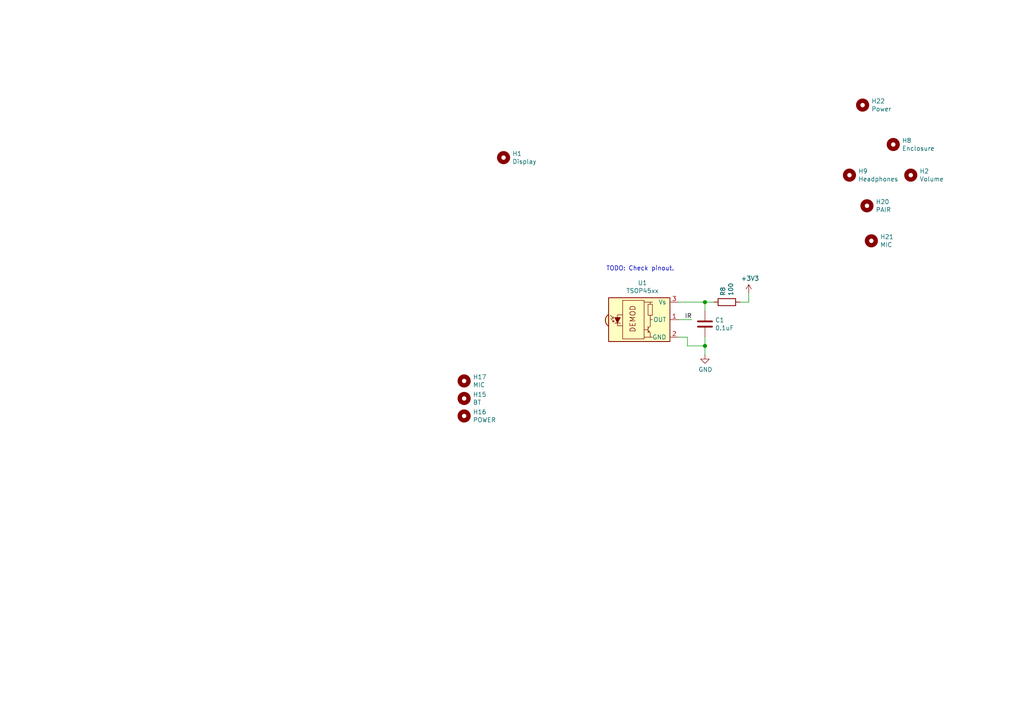
<source format=kicad_sch>
(kicad_sch (version 20210621) (generator eeschema)
  (paper "A4")
  (lib_symbols
    (symbol "Device:C" (pin_numbers hide) (pin_names (offset 0.254))
      (property "Reference" "C" (at 0.635 2.54 0))
      (property "Value" "C" (at 0.635 -2.54 0))
      (symbol "C_0_1"
        (polyline (pts (xy -2.032 -0.762) (xy 2.032 -0.762)) (stroke (width 0.508)))
        (polyline (pts (xy -2.032 0.762) (xy 2.032 0.762)) (stroke (width 0.508)))
      )
      (symbol "C_1_1"
        (pin passive line (at 0 3.81 270) (length 2.794) (name "~") (number "1"))
        (pin passive line (at 0 -3.81 90) (length 2.794) (name "~") (number "2"))
      )
    )
    (symbol "Device:R" (pin_numbers hide) (pin_names (offset 0))
      (property "Reference" "R" (at 2.032 0 90))
      (property "Value" "R" (at 0 0 90))
      (symbol "R_0_1"
        (rectangle (start -1.016 -2.54) (end 1.016 2.54) (stroke (width 0.254)))
      )
      (symbol "R_1_1"
        (pin passive line (at 0 3.81 270) (length 1.27) (name "~") (number "1"))
        (pin passive line (at 0 -3.81 90) (length 1.27) (name "~") (number "2"))
      )
    )
    (symbol "Interface_Optical:TSOP45xx" (pin_names (offset 1.016))
      (property "Reference" "U" (at -10.16 7.62 0))
      (property "Value" "TSOP45xx" (at -10.16 -7.62 0))
      (symbol "TSOP45xx_0_0"
        (arc (start -10.287 1.397) (end -10.287 -1.778) (radius (at -9.144 -0.1778) (length 1.9558) (angles 126 -125.5)) (stroke (width 0.254)) (fill (type background)))
        (text "DEMOD" (at -3.175 0.254 900) (effects (font (size 1.524 1.524))))
        (polyline (pts (xy 1.905 -5.08) (xy 0.127 -5.08)))
        (polyline (pts (xy 1.905 5.08) (xy 0.127 5.08)))
      )
      (symbol "TSOP45xx_0_1"
        (rectangle (start -6.096 5.588) (end 0.127 -5.588))
        (rectangle (start 2.54 1.27) (end 1.27 4.445))
        (rectangle (start 7.62 6.35) (end -10.16 -6.35) (stroke (width 0.254)) (fill (type background)))
        (polyline (pts (xy -8.763 0.381) (xy -9.652 1.27)))
        (polyline (pts (xy -8.763 0.381) (xy -9.271 0.381)))
        (polyline (pts (xy -8.763 0.381) (xy -8.763 0.889)))
        (polyline (pts (xy -8.636 -0.635) (xy -9.525 0.254)))
        (polyline (pts (xy -8.636 -0.635) (xy -9.144 -0.635)))
        (polyline (pts (xy -8.636 -0.635) (xy -8.636 -0.127)))
        (polyline (pts (xy -8.382 -1.016) (xy -6.731 -1.016)))
        (polyline (pts (xy 1.27 -2.921) (xy 0.127 -2.921)))
        (polyline (pts (xy 1.27 -1.905) (xy 1.27 -3.81)))
        (polyline (pts (xy 1.397 -3.556) (xy 1.524 -3.556)))
        (polyline (pts (xy 1.651 -3.556) (xy 1.524 -3.556)))
        (polyline (pts (xy 1.651 -3.556) (xy 1.651 -3.302)))
        (polyline (pts (xy 1.905 0) (xy 1.905 1.27)))
        (polyline (pts (xy 1.905 4.445) (xy 1.905 5.08) (xy 2.54 5.08)))
        (polyline (pts (xy -6.096 1.397) (xy -7.62 1.397) (xy -7.62 -1.778) (xy -6.096 -1.778)))
        (polyline (pts (xy 1.27 -3.175) (xy 1.905 -3.81) (xy 1.905 -5.08) (xy 2.54 -5.08)))
        (polyline (pts (xy 1.27 -2.54) (xy 1.905 -1.905) (xy 1.905 0) (xy 2.54 0)))
        (polyline (pts (xy -8.382 0.635) (xy -6.731 0.635) (xy -7.62 -1.016) (xy -8.382 0.635)) (fill (type outline)))
      )
      (symbol "TSOP45xx_1_1"
        (pin output line (at 10.16 0 180) (length 2.54) (name "OUT") (number "1"))
        (pin power_in line (at 10.16 -5.08 180) (length 2.54) (name "GND") (number "2"))
        (pin power_in line (at 10.16 5.08 180) (length 2.54) (name "Vs") (number "3"))
      )
    )
    (symbol "Mechanical:MountingHole" (pin_names (offset 1.016))
      (property "Reference" "H" (at 0 5.08 0))
      (property "Value" "MountingHole" (at 0 3.175 0))
      (symbol "MountingHole_0_1"
        (circle (center 0 0) (radius 1.27) (stroke (width 1.27)))
      )
    )
    (symbol "power:+3V3" (power) (pin_names (offset 0))
      (property "Value" "+3V3" (at 0 3.556 0))
      (symbol "+3V3_0_1"
        (polyline (pts (xy -0.762 1.27) (xy 0 2.54)))
        (polyline (pts (xy 0 0) (xy 0 2.54)))
        (polyline (pts (xy 0 2.54) (xy 0.762 1.27)))
      )
      (symbol "+3V3_1_1"
        (pin power_in line (at 0 0 90) (length 0) hide (name "+3V3") (number "1"))
      )
    )
    (symbol "power:GND" (power) (pin_names (offset 0))
      (property "Value" "GND" (at 0 -3.81 0))
      (symbol "GND_0_1"
        (polyline (pts (xy 0 0) (xy 0 -1.27) (xy 1.27 -1.27) (xy 0 -2.54) (xy -1.27 -1.27) (xy 0 -1.27)))
      )
      (symbol "GND_1_1"
        (pin power_in line (at 0 0 270) (length 0) hide (name "GND") (number "1"))
      )
    )
  )
  (junction (at 204.47 87.63) (diameter 1.016))
  (junction (at 204.47 100.33) (diameter 1.016))
  (wire (pts (xy 196.85 87.63) (xy 204.47 87.63)))
  (wire (pts (xy 196.85 92.71) (xy 200.66 92.71)))
  (wire (pts (xy 199.39 97.79) (xy 196.85 97.79)))
  (wire (pts (xy 199.39 100.33) (xy 199.39 97.79)))
  (wire (pts (xy 204.47 87.63) (xy 204.47 90.17)))
  (wire (pts (xy 204.47 87.63) (xy 207.01 87.63)))
  (wire (pts (xy 204.47 97.79) (xy 204.47 100.33)))
  (wire (pts (xy 204.47 100.33) (xy 199.39 100.33)))
  (wire (pts (xy 204.47 100.33) (xy 204.47 102.87)))
  (wire (pts (xy 214.63 87.63) (xy 217.17 87.63)))
  (wire (pts (xy 217.17 87.63) (xy 217.17 85.09)))
  (text "TODO: Check pinout." (at 195.58 78.74 180) (effects (font (size 1.27 1.27)) (justify right bottom)))
  (label "IR" (at 200.66 92.71 180))
  (symbol (lib_id "power:+3V3") (at 217.17 85.09 0) (unit 1)
    (property "Reference" "#PWR0115" (effects hide))
    (property "Value" "+3V3" (at 217.5383 80.7656 0))
  )
  (symbol (lib_id "power:GND") (at 204.47 102.87 0) (unit 1)
    (property "Reference" "#PWR0116" (effects hide))
    (property "Value" "GND" (at 204.5843 107.1944 0))
  )
  (symbol (lib_id "Mechanical:MountingHole") (at 134.62 110.49 0) (unit 1)
    (property "Reference" "H17" (at 137.1601 109.3406 0) (effects (justify left)))
    (property "Value" "MIC" (at 137.16 111.639 0) (effects (justify left)))
    (property "Footprint" "FrontPanel-Footprints:PanelCutout_LED_0603_1608Metric_SideView_Inolux" (effects hide))
  )
  (symbol (lib_id "Mechanical:MountingHole") (at 134.62 115.57 0) (unit 1)
    (property "Reference" "H15" (at 137.1601 114.4206 0) (effects (justify left)))
    (property "Value" "BT" (at 137.16 116.719 0) (effects (justify left)))
    (property "Footprint" "FrontPanel-Footprints:PanelCutout_LED_0603_1608Metric_SideView_Inolux" (effects hide))
  )
  (symbol (lib_id "Mechanical:MountingHole") (at 134.62 120.65 0) (unit 1)
    (property "Reference" "H16" (at 137.1601 119.5006 0) (effects (justify left)))
    (property "Value" "POWER" (at 137.16 121.799 0) (effects (justify left)))
    (property "Footprint" "FrontPanel-Footprints:PanelCutout_LED_0603_1608Metric_SideView_Inolux" (effects hide))
  )
  (symbol (lib_id "Mechanical:MountingHole") (at 146.05 45.72 0) (unit 1)
    (property "Reference" "H1" (at 148.5901 44.5706 0) (effects (justify left)))
    (property "Value" "Display" (at 148.59 46.869 0) (effects (justify left)))
    (property "Footprint" "FrontPanel-Footprints:PanelCutout_OLED_0.96inch" (effects hide))
  )
  (symbol (lib_id "Mechanical:MountingHole") (at 246.38 50.8 0) (unit 1)
    (property "Reference" "H9" (at 248.9201 49.6506 0) (effects (justify left)))
    (property "Value" "Headphones" (at 248.92 51.949 0) (effects (justify left)))
    (property "Footprint" "FrontPanel-Footprints:PanelCutout_Jack_3.5mm_CUI_SJ-435107" (effects hide))
  )
  (symbol (lib_id "Mechanical:MountingHole") (at 250.19 30.48 0) (unit 1)
    (property "Reference" "H22" (at 252.7301 29.3306 0) (effects (justify left)))
    (property "Value" "Power" (at 252.73 31.629 0) (effects (justify left)))
    (property "Footprint" "FrontPanel-Footprints:PanelCutout_SW_E-Switch_100SP-M7" (effects hide))
  )
  (symbol (lib_id "Mechanical:MountingHole") (at 251.46 59.69 0) (unit 1)
    (property "Reference" "H20" (at 254.0001 58.5406 0) (effects (justify left)))
    (property "Value" "PAIR" (at 254 60.839 0) (effects (justify left)))
    (property "Footprint" "FrontPanel-Footprints:PanelCutout_SW_E-Switch_100SP-M7" (effects hide))
  )
  (symbol (lib_id "Mechanical:MountingHole") (at 252.73 69.85 0) (unit 1)
    (property "Reference" "H21" (at 255.2701 68.7006 0) (effects (justify left)))
    (property "Value" "MIC" (at 255.27 70.999 0) (effects (justify left)))
    (property "Footprint" "FrontPanel-Footprints:PanelCutout_SW_E-Switch_100SP-M7" (effects hide))
  )
  (symbol (lib_id "Mechanical:MountingHole") (at 259.08 41.91 0) (unit 1)
    (property "Reference" "H8" (at 261.6201 40.7606 0) (effects (justify left)))
    (property "Value" "Enclosure" (at 261.62 43.059 0) (effects (justify left)))
    (property "Footprint" "FrontPanel-Footprints:EnclosureEndPlate_66x43mm" (effects hide))
    (property "Mouser" "546-1455L1601BK" (effects hide))
    (property "Part Name" "Hammond Manufacturing 1455L1601BK" (effects hide))
  )
  (symbol (lib_id "Mechanical:MountingHole") (at 264.16 50.8 0) (unit 1)
    (property "Reference" "H2" (at 266.7001 49.6506 0) (effects (justify left)))
    (property "Value" "Volume" (at 266.7 51.949 0) (effects (justify left)))
    (property "Footprint" "FrontPanel-Footprints:PanelCutout_RotaryEncoder_TT_EN12-V_Knob16mm" (effects hide))
  )
  (symbol (lib_id "Device:R") (at 210.82 87.63 90) (unit 1)
    (property "Reference" "R8" (at 209.671 85.852 0) (effects (justify left)))
    (property "Value" "100" (at 211.969 85.852 0) (effects (justify left)))
    (property "Footprint" "Resistor_SMD:R_0603_1608Metric" (effects hide))
  )
  (symbol (lib_id "Device:C") (at 204.47 93.98 0) (unit 1)
    (property "Reference" "C1" (at 207.3911 92.8306 0) (effects (justify left)))
    (property "Value" "0.1uF" (at 207.391 95.129 0) (effects (justify left)))
    (property "Footprint" "Capacitor_SMD:C_0603_1608Metric" (effects hide))
  )
  (symbol (lib_id "Interface_Optical:TSOP45xx") (at 186.69 92.71 0) (unit 1)
    (property "Reference" "U1" (at 186.3471 82.0482 0))
    (property "Value" "TSOP45xx" (at 186.3471 84.3469 0))
    (property "Footprint" "FrontPanel-Footprints:Vishay_Mold_Reverse" (effects hide))
    (property "Datasheet" "http://www.vishay.com/docs/82460/tsop45.pdf" (effects hide))
  )
)
</source>
